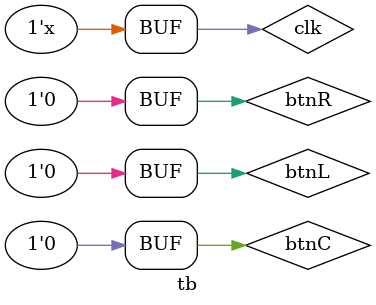
<source format=v>
`timescale 1ns / 1ps


module tb();
reg clk;
reg btnC;
reg btnL;
reg btnR;
wire [11:0]vgaRGB;
wire HS;
wire VS;

 Display_sprite uut(
 .clk(clk),
 .btnC(btnC),
 .btnL(btnL),
 .btnR(btnR),
 .HS(HS),
 .VS(VS),
 .vgaRGB(vgaRGB));
 
 always #5 clk=~clk;
 
 initial begin
 clk=0;
 btnL=0;
 btnR=0;
 btnC=1; #20
 btnC=0;
 
 
 end

endmodule

</source>
